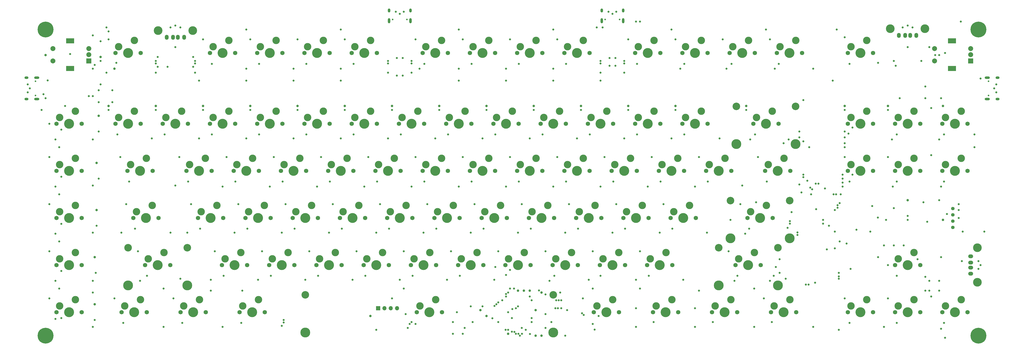
<source format=gts>
%TF.GenerationSoftware,KiCad,Pcbnew,(5.1.10)-1*%
%TF.CreationDate,2021-10-29T20:38:57-04:00*%
%TF.ProjectId,custom_keyboard (f103_ fe2.1),63757374-6f6d-45f6-9b65-79626f617264,rev?*%
%TF.SameCoordinates,Original*%
%TF.FileFunction,Soldermask,Top*%
%TF.FilePolarity,Negative*%
%FSLAX46Y46*%
G04 Gerber Fmt 4.6, Leading zero omitted, Abs format (unit mm)*
G04 Created by KiCad (PCBNEW (5.1.10)-1) date 2021-10-29 20:38:57*
%MOMM*%
%LPD*%
G01*
G04 APERTURE LIST*
%ADD10C,3.048000*%
%ADD11C,3.987800*%
%ADD12C,3.000000*%
%ADD13C,1.750000*%
%ADD14C,4.000000*%
%ADD15C,1.000000*%
%ADD16O,1.700000X1.700000*%
%ADD17R,1.700000X1.700000*%
%ADD18C,0.650000*%
%ADD19O,2.100000X1.000000*%
%ADD20O,1.600000X1.000000*%
%ADD21C,3.500000*%
%ADD22O,1.500000X2.000000*%
%ADD23O,1.000000X2.100000*%
%ADD24O,1.000000X1.600000*%
%ADD25O,2.000000X1.500000*%
%ADD26R,2.000000X2.000000*%
%ADD27C,2.000000*%
%ADD28R,3.200000X2.000000*%
%ADD29C,1.397000*%
%ADD30C,6.400000*%
%ADD31C,0.800000*%
G04 APERTURE END LIST*
D10*
%TO.C,MX83*%
X284135050Y-266073200D03*
D11*
X284135050Y-281313200D03*
D10*
X184135250Y-266073200D03*
D11*
X184135250Y-281313200D03*
D12*
X236681500Y-267952800D03*
X230331500Y-270492800D03*
D13*
X239221500Y-273032800D03*
X229061500Y-273032800D03*
D14*
X234141500Y-273032800D03*
%TD*%
D15*
%TO.C,TP27*%
X279382400Y-265095800D03*
%TD*%
%TO.C,TP26*%
X265889500Y-281763500D03*
%TD*%
%TO.C,TP4*%
X210330500Y-274620200D03*
%TD*%
D16*
%TO.C,J2*%
X221125300Y-271445400D03*
X218585300Y-271445400D03*
X216045300Y-271445400D03*
D17*
X213505300Y-271445400D03*
%TD*%
D15*
%TO.C,TP24*%
X254777700Y-272239100D03*
%TD*%
%TO.C,TP3*%
X257158800Y-274620200D03*
%TD*%
%TO.C,TP54*%
X107149500Y-174614000D03*
%TD*%
%TO.C,TP53*%
X427010600Y-227791900D03*
%TD*%
%TO.C,TP52*%
X441297200Y-235728900D03*
%TD*%
%TO.C,TP20*%
X272239100Y-264302100D03*
%TD*%
%TO.C,TP43*%
X104768400Y-189694300D03*
%TD*%
%TO.C,TP42*%
X123817200Y-189694300D03*
%TD*%
%TO.C,TP41*%
X361927200Y-189694300D03*
%TD*%
%TO.C,TP38*%
X277001300Y-282557200D03*
%TD*%
%TO.C,TP37*%
X279382400Y-282557200D03*
%TD*%
%TO.C,TP36*%
X277001300Y-272239100D03*
%TD*%
%TO.C,TP35*%
X295256400Y-189694300D03*
%TD*%
%TO.C,TP34*%
X276207600Y-189694300D03*
%TD*%
%TO.C,TP33*%
X257158800Y-189694300D03*
%TD*%
%TO.C,TP32*%
X238110000Y-189694300D03*
%TD*%
%TO.C,TP31*%
X219061200Y-189694300D03*
%TD*%
%TO.C,TP30*%
X200012400Y-189694300D03*
%TD*%
%TO.C,TP29*%
X180963600Y-189694300D03*
%TD*%
%TO.C,TP28*%
X161914800Y-189694300D03*
%TD*%
%TO.C,TP19*%
X274620200Y-264302100D03*
%TD*%
%TO.C,TP18*%
X269858000Y-264302100D03*
%TD*%
%TO.C,TP17*%
X441297200Y-189694300D03*
%TD*%
%TO.C,TP16*%
X419073600Y-189694300D03*
%TD*%
%TO.C,TP15*%
X401612200Y-189694300D03*
%TD*%
%TO.C,TP14*%
X101593600Y-169851800D03*
%TD*%
%TO.C,TP13*%
X100799900Y-193662800D03*
%TD*%
%TO.C,TP12*%
X100006200Y-212711600D03*
%TD*%
%TO.C,TP11*%
X100006200Y-231760400D03*
%TD*%
%TO.C,TP10*%
X99212500Y-250809200D03*
%TD*%
%TO.C,TP9*%
X99212500Y-269858000D03*
%TD*%
%TO.C,TP8*%
X79370000Y-169058100D03*
%TD*%
%TO.C,TP7*%
X142866000Y-189694300D03*
%TD*%
%TO.C,TP6*%
X333354000Y-189694300D03*
%TD*%
%TO.C,TP5*%
X314305200Y-189694300D03*
%TD*%
D12*
%TO.C,MX7*%
X258111400Y-163184400D03*
X251761400Y-165724400D03*
D13*
X260651400Y-168264400D03*
X250491400Y-168264400D03*
D14*
X255571400Y-168264400D03*
%TD*%
D12*
%TO.C,MX6*%
X239062600Y-163184400D03*
X232712600Y-165724400D03*
D13*
X241602600Y-168264400D03*
X231442600Y-168264400D03*
D14*
X236522600Y-168264400D03*
%TD*%
D18*
%TO.C,USB2*%
X75301900Y-179661000D03*
X75301900Y-185441000D03*
D19*
X75831900Y-186871000D03*
X75831900Y-178231000D03*
D20*
X71651900Y-186871000D03*
X71651900Y-178231000D03*
%TD*%
D21*
%TO.C,USB3*%
X124754200Y-159204800D03*
D22*
X135254200Y-161914800D03*
X132754200Y-161914800D03*
X130754200Y-161914800D03*
D21*
X138754200Y-159204800D03*
D22*
X128254200Y-161914800D03*
%TD*%
D21*
%TO.C,USB6*%
X420010600Y-158411100D03*
D22*
X430510600Y-161121100D03*
X428010600Y-161121100D03*
X426010600Y-161121100D03*
D21*
X434010600Y-158411100D03*
D22*
X423510600Y-161121100D03*
%TD*%
D12*
%TO.C,MX78*%
X429550600Y-248904000D03*
X423200600Y-251444000D03*
D13*
X432090600Y-253984000D03*
X421930600Y-253984000D03*
D14*
X427010600Y-253984000D03*
%TD*%
D12*
%TO.C,MX19*%
X172391800Y-191757600D03*
X166041800Y-194297600D03*
D13*
X174931800Y-196837600D03*
X164771800Y-196837600D03*
D14*
X169851800Y-196837600D03*
%TD*%
D18*
%TO.C,USB1*%
X225126000Y-154671900D03*
X219346000Y-154671900D03*
D23*
X217916000Y-155201900D03*
X226556000Y-155201900D03*
D24*
X217916000Y-151021900D03*
X226556000Y-151021900D03*
%TD*%
D12*
%TO.C,MX84*%
X308114500Y-267952800D03*
X301764500Y-270492800D03*
D13*
X310654500Y-273032800D03*
X300494500Y-273032800D03*
D14*
X305574500Y-273032800D03*
%TD*%
D21*
%TO.C,USB4*%
X455119000Y-246984000D03*
D25*
X452409000Y-257484000D03*
X452409000Y-254984000D03*
X452409000Y-252984000D03*
D21*
X455119000Y-260984000D03*
D25*
X452409000Y-250484000D03*
%TD*%
D12*
%TO.C,MX32*%
X448599400Y-191757600D03*
X442249400Y-194297600D03*
D13*
X451139400Y-196837600D03*
X440979400Y-196837600D03*
D14*
X446059400Y-196837600D03*
%TD*%
D18*
%TO.C,USB7*%
X459651900Y-185441000D03*
X459651900Y-179661000D03*
D19*
X459121900Y-178231000D03*
X459121900Y-186871000D03*
D20*
X463301900Y-178231000D03*
X463301900Y-186871000D03*
%TD*%
D26*
%TO.C,ROT1*%
X96831400Y-171439200D03*
D27*
X96831400Y-168939200D03*
X96831400Y-166439200D03*
D28*
X89331400Y-174539200D03*
X89331400Y-163339200D03*
D27*
X82331400Y-171439200D03*
X82331400Y-166439200D03*
%TD*%
D26*
%TO.C,ROT2*%
X452409000Y-171439200D03*
D27*
X452409000Y-168939200D03*
X452409000Y-166439200D03*
D28*
X444909000Y-174539200D03*
X444909000Y-163339200D03*
D27*
X437909000Y-171439200D03*
X437909000Y-166439200D03*
%TD*%
D18*
%TO.C,USB5*%
X310845600Y-154671900D03*
X305065600Y-154671900D03*
D23*
X303635600Y-155201900D03*
X312275600Y-155201900D03*
D24*
X303635600Y-151021900D03*
X312275600Y-151021900D03*
%TD*%
D29*
%TO.C,OL1*%
X445265700Y-231125200D03*
X445265700Y-233665200D03*
X445265700Y-236205200D03*
X445265700Y-238745200D03*
%TD*%
D12*
%TO.C,MX1*%
X115245400Y-163184400D03*
X108895400Y-165724400D03*
D13*
X117785400Y-168264400D03*
X107625400Y-168264400D03*
D14*
X112705400Y-168264400D03*
%TD*%
D12*
%TO.C,MX2*%
X153343000Y-163184400D03*
X146993000Y-165724400D03*
D13*
X155883000Y-168264400D03*
X145723000Y-168264400D03*
D14*
X150803000Y-168264400D03*
%TD*%
D12*
%TO.C,MX3*%
X172391800Y-163184400D03*
X166041800Y-165724400D03*
D13*
X174931800Y-168264400D03*
X164771800Y-168264400D03*
D14*
X169851800Y-168264400D03*
%TD*%
D12*
%TO.C,MX4*%
X191440600Y-163184400D03*
X185090600Y-165724400D03*
D13*
X193980600Y-168264400D03*
X183820600Y-168264400D03*
D14*
X188900600Y-168264400D03*
%TD*%
D12*
%TO.C,MX5*%
X210489400Y-163184400D03*
X204139400Y-165724400D03*
D13*
X213029400Y-168264400D03*
X202869400Y-168264400D03*
D14*
X207949400Y-168264400D03*
%TD*%
D12*
%TO.C,MX8*%
X277160200Y-163184400D03*
X270810200Y-165724400D03*
D13*
X279700200Y-168264400D03*
X269540200Y-168264400D03*
D14*
X274620200Y-168264400D03*
%TD*%
D12*
%TO.C,MX9*%
X296209000Y-163184400D03*
X289859000Y-165724400D03*
D13*
X298749000Y-168264400D03*
X288589000Y-168264400D03*
D14*
X293669000Y-168264400D03*
%TD*%
D12*
%TO.C,MX10*%
X324782200Y-163184400D03*
X318432200Y-165724400D03*
D13*
X327322200Y-168264400D03*
X317162200Y-168264400D03*
D14*
X322242200Y-168264400D03*
%TD*%
D12*
%TO.C,MX11*%
X343831000Y-163184400D03*
X337481000Y-165724400D03*
D13*
X346371000Y-168264400D03*
X336211000Y-168264400D03*
D14*
X341291000Y-168264400D03*
%TD*%
D12*
%TO.C,MX12*%
X362879800Y-163184400D03*
X356529800Y-165724400D03*
D13*
X365419800Y-168264400D03*
X355259800Y-168264400D03*
D14*
X360339800Y-168264400D03*
%TD*%
D12*
%TO.C,MX13*%
X381928600Y-163184400D03*
X375578600Y-165724400D03*
D13*
X384468600Y-168264400D03*
X374308600Y-168264400D03*
D14*
X379388600Y-168264400D03*
%TD*%
D12*
%TO.C,MX14*%
X410501800Y-163184400D03*
X404151800Y-165724400D03*
D13*
X413041800Y-168264400D03*
X402881800Y-168264400D03*
D14*
X407961800Y-168264400D03*
%TD*%
D12*
%TO.C,MX15*%
X91434400Y-191757600D03*
X85084400Y-194297600D03*
D13*
X93974400Y-196837600D03*
X83814400Y-196837600D03*
D14*
X88894400Y-196837600D03*
%TD*%
D12*
%TO.C,MX16*%
X115245400Y-191757600D03*
X108895400Y-194297600D03*
D13*
X117785400Y-196837600D03*
X107625400Y-196837600D03*
D14*
X112705400Y-196837600D03*
%TD*%
D12*
%TO.C,MX17*%
X134294200Y-191757600D03*
X127944200Y-194297600D03*
D13*
X136834200Y-196837600D03*
X126674200Y-196837600D03*
D14*
X131754200Y-196837600D03*
%TD*%
D12*
%TO.C,MX18*%
X153343000Y-191757600D03*
X146993000Y-194297600D03*
D13*
X155883000Y-196837600D03*
X145723000Y-196837600D03*
D14*
X150803000Y-196837600D03*
%TD*%
D12*
%TO.C,MX20*%
X191440600Y-191757600D03*
X185090600Y-194297600D03*
D13*
X193980600Y-196837600D03*
X183820600Y-196837600D03*
D14*
X188900600Y-196837600D03*
%TD*%
D12*
%TO.C,MX21*%
X210489400Y-191757600D03*
X204139400Y-194297600D03*
D13*
X213029400Y-196837600D03*
X202869400Y-196837600D03*
D14*
X207949400Y-196837600D03*
%TD*%
D12*
%TO.C,MX22*%
X229538200Y-191757600D03*
X223188200Y-194297600D03*
D13*
X232078200Y-196837600D03*
X221918200Y-196837600D03*
D14*
X226998200Y-196837600D03*
%TD*%
D12*
%TO.C,MX23*%
X248587000Y-191757600D03*
X242237000Y-194297600D03*
D13*
X251127000Y-196837600D03*
X240967000Y-196837600D03*
D14*
X246047000Y-196837600D03*
%TD*%
D12*
%TO.C,MX24*%
X267635800Y-191757600D03*
X261285800Y-194297600D03*
D13*
X270175800Y-196837600D03*
X260015800Y-196837600D03*
D14*
X265095800Y-196837600D03*
%TD*%
D12*
%TO.C,MX25*%
X286684600Y-191757600D03*
X280334600Y-194297600D03*
D13*
X289224600Y-196837600D03*
X279064600Y-196837600D03*
D14*
X284144600Y-196837600D03*
%TD*%
D12*
%TO.C,MX26*%
X305733400Y-191757600D03*
X299383400Y-194297600D03*
D13*
X308273400Y-196837600D03*
X298113400Y-196837600D03*
D14*
X303193400Y-196837600D03*
%TD*%
D12*
%TO.C,MX27*%
X324782200Y-191757600D03*
X318432200Y-194297600D03*
D13*
X327322200Y-196837600D03*
X317162200Y-196837600D03*
D14*
X322242200Y-196837600D03*
%TD*%
D12*
%TO.C,MX28*%
X343831000Y-191757600D03*
X337481000Y-194297600D03*
D13*
X346371000Y-196837600D03*
X336211000Y-196837600D03*
D14*
X341291000Y-196837600D03*
%TD*%
D10*
%TO.C,MX29*%
X381802200Y-189852600D03*
D11*
X381802200Y-205092600D03*
X357926200Y-205092600D03*
D10*
X357926200Y-189852600D03*
D12*
X372404200Y-191757600D03*
X366054200Y-194297600D03*
D13*
X374944200Y-196837600D03*
X364784200Y-196837600D03*
D14*
X369864200Y-196837600D03*
%TD*%
D12*
%TO.C,MX30*%
X410501800Y-191757600D03*
X404151800Y-194297600D03*
D13*
X413041800Y-196837600D03*
X402881800Y-196837600D03*
D14*
X407961800Y-196837600D03*
%TD*%
D12*
%TO.C,MX31*%
X429550600Y-191757600D03*
X423200600Y-194297600D03*
D13*
X432090600Y-196837600D03*
X421930600Y-196837600D03*
D14*
X427010600Y-196837600D03*
%TD*%
D12*
%TO.C,MX33*%
X91434400Y-210806400D03*
X85084400Y-213346400D03*
D13*
X93974400Y-215886400D03*
X83814400Y-215886400D03*
D14*
X88894400Y-215886400D03*
%TD*%
D12*
%TO.C,MX34*%
X120007600Y-210806400D03*
X113657600Y-213346400D03*
D13*
X122547600Y-215886400D03*
X112387600Y-215886400D03*
D14*
X117467600Y-215886400D03*
%TD*%
D12*
%TO.C,MX35*%
X143818600Y-210806400D03*
X137468600Y-213346400D03*
D13*
X146358600Y-215886400D03*
X136198600Y-215886400D03*
D14*
X141278600Y-215886400D03*
%TD*%
D12*
%TO.C,MX36*%
X162867400Y-210806400D03*
X156517400Y-213346400D03*
D13*
X165407400Y-215886400D03*
X155247400Y-215886400D03*
D14*
X160327400Y-215886400D03*
%TD*%
D12*
%TO.C,MX37*%
X181916200Y-210806400D03*
X175566200Y-213346400D03*
D13*
X184456200Y-215886400D03*
X174296200Y-215886400D03*
D14*
X179376200Y-215886400D03*
%TD*%
D12*
%TO.C,MX38*%
X200965000Y-210806400D03*
X194615000Y-213346400D03*
D13*
X203505000Y-215886400D03*
X193345000Y-215886400D03*
D14*
X198425000Y-215886400D03*
%TD*%
D12*
%TO.C,MX39*%
X220013800Y-210806400D03*
X213663800Y-213346400D03*
D13*
X222553800Y-215886400D03*
X212393800Y-215886400D03*
D14*
X217473800Y-215886400D03*
%TD*%
D12*
%TO.C,MX40*%
X239062600Y-210806400D03*
X232712600Y-213346400D03*
D13*
X241602600Y-215886400D03*
X231442600Y-215886400D03*
D14*
X236522600Y-215886400D03*
%TD*%
D12*
%TO.C,MX41*%
X258111400Y-210806400D03*
X251761400Y-213346400D03*
D13*
X260651400Y-215886400D03*
X250491400Y-215886400D03*
D14*
X255571400Y-215886400D03*
%TD*%
D12*
%TO.C,MX42*%
X277160200Y-210806400D03*
X270810200Y-213346400D03*
D13*
X279700200Y-215886400D03*
X269540200Y-215886400D03*
D14*
X274620200Y-215886400D03*
%TD*%
D12*
%TO.C,MX43*%
X296209000Y-210806400D03*
X289859000Y-213346400D03*
D13*
X298749000Y-215886400D03*
X288589000Y-215886400D03*
D14*
X293669000Y-215886400D03*
%TD*%
D12*
%TO.C,MX45*%
X334306600Y-210806400D03*
X327956600Y-213346400D03*
D13*
X336846600Y-215886400D03*
X326686600Y-215886400D03*
D14*
X331766600Y-215886400D03*
%TD*%
D12*
%TO.C,MX46*%
X353355400Y-210806400D03*
X347005400Y-213346400D03*
D13*
X355895400Y-215886400D03*
X345735400Y-215886400D03*
D14*
X350815400Y-215886400D03*
%TD*%
D12*
%TO.C,MX48*%
X410501800Y-210806400D03*
X404151800Y-213346400D03*
D13*
X413041800Y-215886400D03*
X402881800Y-215886400D03*
D14*
X407961800Y-215886400D03*
%TD*%
D12*
%TO.C,MX49*%
X429550600Y-210806400D03*
X423200600Y-213346400D03*
D13*
X432090600Y-215886400D03*
X421930600Y-215886400D03*
D14*
X427010600Y-215886400D03*
%TD*%
D12*
%TO.C,MX51*%
X91434400Y-229855200D03*
X85084400Y-232395200D03*
D13*
X93974400Y-234935200D03*
X83814400Y-234935200D03*
D14*
X88894400Y-234935200D03*
%TD*%
D12*
%TO.C,MX52*%
X122388700Y-229855200D03*
X116038700Y-232395200D03*
D13*
X124928700Y-234935200D03*
X114768700Y-234935200D03*
D14*
X119848700Y-234935200D03*
%TD*%
D12*
%TO.C,MX53*%
X148522500Y-229855200D03*
X142172500Y-232395200D03*
D13*
X151062500Y-234935200D03*
X140902500Y-234935200D03*
D14*
X145982500Y-234935200D03*
%TD*%
D12*
%TO.C,MX54*%
X167629600Y-229855200D03*
X161279600Y-232395200D03*
D13*
X170169600Y-234935200D03*
X160009600Y-234935200D03*
D14*
X165089600Y-234935200D03*
%TD*%
D12*
%TO.C,MX55*%
X186678400Y-229855200D03*
X180328400Y-232395200D03*
D13*
X189218400Y-234935200D03*
X179058400Y-234935200D03*
D14*
X184138400Y-234935200D03*
%TD*%
D12*
%TO.C,MX56*%
X205727200Y-229855200D03*
X199377200Y-232395200D03*
D13*
X208267200Y-234935200D03*
X198107200Y-234935200D03*
D14*
X203187200Y-234935200D03*
%TD*%
D12*
%TO.C,MX57*%
X224776000Y-229855200D03*
X218426000Y-232395200D03*
D13*
X227316000Y-234935200D03*
X217156000Y-234935200D03*
D14*
X222236000Y-234935200D03*
%TD*%
D12*
%TO.C,MX59*%
X262873600Y-229855200D03*
X256523600Y-232395200D03*
D13*
X265413600Y-234935200D03*
X255253600Y-234935200D03*
D14*
X260333600Y-234935200D03*
%TD*%
D12*
%TO.C,MX60*%
X281922400Y-229855200D03*
X275572400Y-232395200D03*
D13*
X284462400Y-234935200D03*
X274302400Y-234935200D03*
D14*
X279382400Y-234935200D03*
%TD*%
D12*
%TO.C,MX61*%
X300971200Y-229855200D03*
X294621200Y-232395200D03*
D13*
X303511200Y-234935200D03*
X293351200Y-234935200D03*
D14*
X298431200Y-234935200D03*
%TD*%
D12*
%TO.C,MX63*%
X339068800Y-229855200D03*
X332718800Y-232395200D03*
D13*
X341608800Y-234935200D03*
X331448800Y-234935200D03*
D14*
X336528800Y-234935200D03*
%TD*%
D12*
%TO.C,MX65*%
X91434400Y-248904000D03*
X85084400Y-251444000D03*
D13*
X93974400Y-253984000D03*
X83814400Y-253984000D03*
D14*
X88894400Y-253984000D03*
%TD*%
D10*
%TO.C,MX66*%
X136548900Y-246999000D03*
X112672900Y-246999000D03*
D11*
X136548900Y-262239000D03*
X112672900Y-262239000D03*
D12*
X127150900Y-248904000D03*
X120800900Y-251444000D03*
D13*
X129690900Y-253984000D03*
X119530900Y-253984000D03*
D14*
X124610900Y-253984000D03*
%TD*%
D12*
%TO.C,MX67*%
X158105200Y-248904000D03*
X151755200Y-251444000D03*
D13*
X160645200Y-253984000D03*
X150485200Y-253984000D03*
D14*
X155565200Y-253984000D03*
%TD*%
D12*
%TO.C,MX68*%
X177154000Y-248904000D03*
X170804000Y-251444000D03*
D13*
X179694000Y-253984000D03*
X169534000Y-253984000D03*
D14*
X174614000Y-253984000D03*
%TD*%
D12*
%TO.C,MX69*%
X196202800Y-248904000D03*
X189852800Y-251444000D03*
D13*
X198742800Y-253984000D03*
X188582800Y-253984000D03*
D14*
X193662800Y-253984000D03*
%TD*%
D12*
%TO.C,MX70*%
X215251600Y-248904000D03*
X208901600Y-251444000D03*
D13*
X217791600Y-253984000D03*
X207631600Y-253984000D03*
D14*
X212711600Y-253984000D03*
%TD*%
D12*
%TO.C,MX71*%
X234300400Y-248904000D03*
X227950400Y-251444000D03*
D13*
X236840400Y-253984000D03*
X226680400Y-253984000D03*
D14*
X231760400Y-253984000D03*
%TD*%
D12*
%TO.C,MX72*%
X253349200Y-248904000D03*
X246999200Y-251444000D03*
D13*
X255889200Y-253984000D03*
X245729200Y-253984000D03*
D14*
X250809200Y-253984000D03*
%TD*%
D12*
%TO.C,MX73*%
X272398000Y-248904000D03*
X266048000Y-251444000D03*
D13*
X274938000Y-253984000D03*
X264778000Y-253984000D03*
D14*
X269858000Y-253984000D03*
%TD*%
D12*
%TO.C,MX74*%
X291446800Y-248904000D03*
X285096800Y-251444000D03*
D13*
X293986800Y-253984000D03*
X283826800Y-253984000D03*
D14*
X288906800Y-253984000D03*
%TD*%
D12*
%TO.C,MX75*%
X310495600Y-248904000D03*
X304145600Y-251444000D03*
D13*
X313035600Y-253984000D03*
X302875600Y-253984000D03*
D14*
X307955600Y-253984000D03*
%TD*%
D12*
%TO.C,MX76*%
X329544400Y-248904000D03*
X323194400Y-251444000D03*
D13*
X332084400Y-253984000D03*
X321924400Y-253984000D03*
D14*
X327004400Y-253984000D03*
%TD*%
%TO.C,MX77*%
X362720900Y-253984000D03*
D13*
X357640900Y-253984000D03*
X367800900Y-253984000D03*
D12*
X358910900Y-251444000D03*
X365260900Y-248904000D03*
D11*
X350814650Y-262239000D03*
X374690650Y-262239000D03*
D10*
X350814650Y-246999000D03*
X374690650Y-246999000D03*
%TD*%
D12*
%TO.C,MX79*%
X91434400Y-267952800D03*
X85084400Y-270492800D03*
D13*
X93974400Y-273032800D03*
X83814400Y-273032800D03*
D14*
X88894400Y-273032800D03*
%TD*%
D12*
%TO.C,MX80*%
X117626500Y-267952800D03*
X111276500Y-270492800D03*
D13*
X120166500Y-273032800D03*
X110006500Y-273032800D03*
D14*
X115086500Y-273032800D03*
%TD*%
D12*
%TO.C,MX81*%
X141437500Y-267952800D03*
X135087500Y-270492800D03*
D13*
X143977500Y-273032800D03*
X133817500Y-273032800D03*
D14*
X138897500Y-273032800D03*
%TD*%
D12*
%TO.C,MX82*%
X165248500Y-267952800D03*
X158898500Y-270492800D03*
D13*
X167788500Y-273032800D03*
X157628500Y-273032800D03*
D14*
X162708500Y-273032800D03*
%TD*%
D12*
%TO.C,MX85*%
X331925500Y-267952800D03*
X325575500Y-270492800D03*
D13*
X334465500Y-273032800D03*
X324305500Y-273032800D03*
D14*
X329385500Y-273032800D03*
%TD*%
D12*
%TO.C,MX86*%
X355736500Y-267952800D03*
X349386500Y-270492800D03*
D13*
X358276500Y-273032800D03*
X348116500Y-273032800D03*
D14*
X353196500Y-273032800D03*
%TD*%
D12*
%TO.C,MX89*%
X429550600Y-267952800D03*
X423200600Y-270492800D03*
D13*
X432090600Y-273032800D03*
X421930600Y-273032800D03*
D14*
X427010600Y-273032800D03*
%TD*%
D10*
%TO.C,MX64*%
X379421100Y-227950200D03*
X355545100Y-227950200D03*
D11*
X379421100Y-243190200D03*
X355545100Y-243190200D03*
D12*
X370023100Y-229855200D03*
X363673100Y-232395200D03*
D13*
X372563100Y-234935200D03*
X362403100Y-234935200D03*
D14*
X367483100Y-234935200D03*
%TD*%
D12*
%TO.C,MX47*%
X377166400Y-210806400D03*
X370816400Y-213346400D03*
D13*
X379706400Y-215886400D03*
X369546400Y-215886400D03*
D14*
X374626400Y-215886400D03*
%TD*%
D12*
%TO.C,MX44*%
X315257800Y-210806400D03*
X308907800Y-213346400D03*
D13*
X317797800Y-215886400D03*
X307637800Y-215886400D03*
D14*
X312717800Y-215886400D03*
%TD*%
D30*
%TO.C,H1*%
X79370000Y-158740000D03*
%TD*%
%TO.C,H2*%
X79370000Y-282557200D03*
%TD*%
%TO.C,H3*%
X455583800Y-158740000D03*
%TD*%
%TO.C,H4*%
X455583800Y-282557200D03*
%TD*%
D12*
%TO.C,MX88*%
X410501800Y-267952800D03*
X404151800Y-270492800D03*
D13*
X413041800Y-273032800D03*
X402881800Y-273032800D03*
D14*
X407961800Y-273032800D03*
%TD*%
D12*
%TO.C,MX87*%
X379547500Y-267952800D03*
X373197500Y-270492800D03*
D13*
X382087500Y-273032800D03*
X371927500Y-273032800D03*
D14*
X377007500Y-273032800D03*
%TD*%
D12*
%TO.C,MX50*%
X448599400Y-210806400D03*
X442249400Y-213346400D03*
D13*
X451139400Y-215886400D03*
X440979400Y-215886400D03*
D14*
X446059400Y-215886400D03*
%TD*%
D12*
%TO.C,MX90*%
X448599400Y-267952800D03*
X442249400Y-270492800D03*
D13*
X451139400Y-273032800D03*
X440979400Y-273032800D03*
D14*
X446059400Y-273032800D03*
%TD*%
D12*
%TO.C,MX58*%
X243824800Y-229855200D03*
X237474800Y-232395200D03*
D13*
X246364800Y-234935200D03*
X236204800Y-234935200D03*
D14*
X241284800Y-234935200D03*
%TD*%
D12*
%TO.C,MX62*%
X320020000Y-229855200D03*
X313670000Y-232395200D03*
D13*
X322560000Y-234935200D03*
X312400000Y-234935200D03*
D14*
X317480000Y-234935200D03*
%TD*%
D31*
X141675450Y-239300550D03*
X260333600Y-259936750D03*
X348434300Y-277001300D03*
X324623300Y-277001300D03*
X300018600Y-277795000D03*
X383357100Y-221442300D03*
X266683200Y-255968250D03*
X99212500Y-173026600D03*
X306765050Y-170248650D03*
X309146150Y-170248650D03*
X306765050Y-173423450D03*
X309146150Y-173423450D03*
X435741300Y-264302100D03*
X439709800Y-264302100D03*
X375420100Y-251602900D03*
X422248400Y-173423450D03*
X223426550Y-177391950D03*
X221045450Y-170248650D03*
X223426550Y-170248650D03*
X221045450Y-177391950D03*
X174614000Y-278588700D03*
X282557200Y-260333600D03*
X365102000Y-263508400D03*
X440503500Y-250809200D03*
X430979100Y-251602900D03*
X83338500Y-222236000D03*
X396850000Y-179376200D03*
X317480000Y-271445400D03*
X341291000Y-271445400D03*
X296050100Y-267476900D03*
X146040800Y-259936750D03*
X117467600Y-260333600D03*
X361530350Y-241284800D03*
X83338500Y-241284800D03*
X83338500Y-260333600D03*
X83338500Y-275810750D03*
X146040800Y-264302100D03*
X126992000Y-263508400D03*
X98418800Y-260333600D03*
X98418800Y-265095800D03*
X83338500Y-203187200D03*
X89291250Y-168661250D03*
X84925900Y-263508400D03*
X84925900Y-244459600D03*
X84925900Y-225410800D03*
X84925900Y-206362000D03*
X303193400Y-179376200D03*
X284144600Y-179376200D03*
X265095800Y-179376200D03*
X246047000Y-179376200D03*
X198425000Y-179376200D03*
X179376200Y-179376200D03*
X160327400Y-179376200D03*
X141278600Y-179376200D03*
X101593600Y-163502200D03*
X203584050Y-172629750D03*
X146437650Y-172629750D03*
X358355550Y-258349350D03*
X363117750Y-239300550D03*
X422645250Y-258349350D03*
X120245550Y-258349350D03*
X107943200Y-172232900D03*
X441694050Y-277398150D03*
X422645250Y-277398150D03*
X403596450Y-277398150D03*
X158343150Y-277398150D03*
X284541450Y-258349350D03*
X303193400Y-258349350D03*
X322639050Y-258349350D03*
X371451600Y-260333600D03*
X246443850Y-258349350D03*
X227395050Y-258349350D03*
X208346250Y-258349350D03*
X189297450Y-258349350D03*
X170248650Y-258349350D03*
X151199850Y-258349350D03*
X251206050Y-220251750D03*
X246047000Y-222236000D03*
X232157250Y-220251750D03*
X226998200Y-222236000D03*
X213108450Y-220251750D03*
X207949400Y-222236000D03*
X194059650Y-220251750D03*
X188900600Y-222236000D03*
X175010850Y-220251750D03*
X169851800Y-222236000D03*
X155962050Y-220251750D03*
X150803000Y-222236000D03*
X136913250Y-220251750D03*
X131754200Y-221839150D03*
X113102250Y-220251750D03*
X109927450Y-240887950D03*
X115483350Y-239300550D03*
X129769950Y-240887950D03*
X360339800Y-221839150D03*
X265095800Y-222236000D03*
X270254850Y-220251750D03*
X284144600Y-222236000D03*
X289303650Y-220251750D03*
X303193400Y-222236000D03*
X308352450Y-220251750D03*
X322242200Y-222236000D03*
X327401250Y-220251750D03*
X346450050Y-220251750D03*
X341291000Y-222236000D03*
X370261050Y-220251750D03*
X421057850Y-222236000D03*
X422645250Y-220251750D03*
X440503500Y-222236000D03*
X441694050Y-220251750D03*
X453996400Y-206362000D03*
X453996400Y-201202950D03*
X441694050Y-201202950D03*
X439709800Y-203187200D03*
X422645250Y-201202950D03*
X420661000Y-203187200D03*
X146437650Y-201202950D03*
X378991750Y-203187200D03*
X365498850Y-201202950D03*
X351212250Y-202790350D03*
X336925650Y-201202950D03*
X331766600Y-202790350D03*
X317876850Y-201202950D03*
X312717800Y-202790350D03*
X298828050Y-201202950D03*
X293669000Y-202790350D03*
X279779250Y-201202950D03*
X274620200Y-202790350D03*
X260730450Y-201202950D03*
X255571400Y-202790350D03*
X241681650Y-201202950D03*
X236522600Y-202790350D03*
X222632850Y-201202950D03*
X203584050Y-201202950D03*
X217473800Y-202790350D03*
X198425000Y-202790350D03*
X184535250Y-201202950D03*
X179376200Y-202790350D03*
X165486450Y-201202950D03*
X160327400Y-202790350D03*
X141278600Y-202790350D03*
X127388850Y-201202950D03*
X122229800Y-202790350D03*
X108340050Y-201202950D03*
X403596450Y-172629750D03*
X375023250Y-172629750D03*
X198425000Y-174614000D03*
X184535250Y-172629750D03*
X179376200Y-174614000D03*
X165486450Y-172629750D03*
X160327400Y-174614000D03*
X335338250Y-174614000D03*
X317876850Y-172629750D03*
X353990200Y-174614000D03*
X336925650Y-172629750D03*
X373435850Y-174614000D03*
X355974450Y-172629750D03*
X284144600Y-174614000D03*
X289303650Y-172629750D03*
X265095800Y-174614000D03*
X270254850Y-172629750D03*
X251206050Y-172629750D03*
X232157250Y-172629750D03*
X246047000Y-174614000D03*
X110721150Y-277398150D03*
X134532150Y-277398150D03*
X373832700Y-254777700D03*
X160724250Y-239300550D03*
X179773050Y-239300550D03*
X198821850Y-239300550D03*
X217870650Y-239300550D03*
X236919450Y-239300550D03*
X255968250Y-239300550D03*
X275017050Y-239300550D03*
X294065850Y-239300550D03*
X313114650Y-239300550D03*
X332163450Y-239300550D03*
X397643700Y-247237550D03*
X440503500Y-279779250D03*
X417486200Y-278985550D03*
X388913000Y-278985550D03*
X365102000Y-278985550D03*
X341291000Y-278985550D03*
X317480000Y-278985550D03*
X150803000Y-278985550D03*
X126992000Y-278985550D03*
X98418800Y-278985550D03*
X98418800Y-221839150D03*
X346053200Y-240887950D03*
X327004400Y-240887950D03*
X307955600Y-240887950D03*
X288906800Y-240887950D03*
X269858000Y-240887950D03*
X250809200Y-240887950D03*
X231760400Y-240887950D03*
X212711600Y-240887950D03*
X193662800Y-240887950D03*
X174614000Y-240887950D03*
X155565200Y-240887950D03*
X136516400Y-240887950D03*
X98418800Y-240887950D03*
X133738450Y-259539900D03*
X165089600Y-259936750D03*
X336528800Y-259936750D03*
X317480000Y-259936750D03*
X298431200Y-259936750D03*
X222236000Y-259936750D03*
X203187200Y-259936750D03*
X184138400Y-259936750D03*
X246047000Y-158740000D03*
X284144600Y-158740000D03*
X160327400Y-158740000D03*
X198425000Y-158740000D03*
X331766600Y-158740000D03*
X369864200Y-158740000D03*
X398437400Y-158740000D03*
X438122400Y-169058100D03*
X384944500Y-203980900D03*
X357165000Y-260333600D03*
X100799900Y-188106900D03*
X106355800Y-188106900D03*
X100799900Y-183344700D03*
X106355800Y-183344700D03*
X395262600Y-238110000D03*
X230173000Y-174614000D03*
X394468900Y-247634400D03*
X412724000Y-230173000D03*
X421454700Y-230966700D03*
X411930300Y-240491100D03*
X402405900Y-245253300D03*
X417486200Y-246047000D03*
X421454700Y-246047000D03*
X425423200Y-246047000D03*
X415105100Y-250809200D03*
X433360200Y-228585600D03*
X263508400Y-268270600D03*
X288906800Y-282557200D03*
X442090900Y-283350900D03*
X79370000Y-186519500D03*
X80213900Y-179326000D03*
X303987100Y-157946300D03*
X406374400Y-239697400D03*
X434153900Y-186519500D03*
X440503500Y-186519500D03*
X423835800Y-186519500D03*
X434153900Y-181757300D03*
X302399700Y-274620200D03*
X447646800Y-234935200D03*
X435741300Y-260333600D03*
X439709800Y-260333600D03*
X228585600Y-277795000D03*
X243665900Y-277001300D03*
X363514600Y-203187200D03*
X98418800Y-185725800D03*
X372245300Y-277001300D03*
X131754200Y-165883300D03*
X87307000Y-189694300D03*
X427010600Y-165883300D03*
X456377500Y-178582500D03*
X300812300Y-280044800D03*
X289700500Y-272239100D03*
X124610900Y-169851800D03*
X124610900Y-173820300D03*
X138897500Y-169851800D03*
X138897500Y-173820300D03*
X245253300Y-273032800D03*
X317480000Y-155565200D03*
X448440500Y-155565200D03*
X128579400Y-173820300D03*
X397643700Y-231760400D03*
X392881500Y-235728900D03*
X447646800Y-229379300D03*
X442884600Y-233347800D03*
X439709800Y-227791900D03*
X427010600Y-234141500D03*
X447646800Y-231760400D03*
X283350900Y-277001300D03*
X265095800Y-257952500D03*
X274620200Y-266683200D03*
X269064300Y-271445400D03*
X265889500Y-273032800D03*
X98418800Y-203187200D03*
X388913000Y-174614000D03*
X251602900Y-277001300D03*
X266683200Y-263508400D03*
X250809200Y-270651700D03*
X280969800Y-265889500D03*
X225410800Y-279382400D03*
X224617100Y-273826500D03*
X219061200Y-267476900D03*
X389706700Y-261127300D03*
X403993300Y-255571400D03*
X403596450Y-220251750D03*
X403199600Y-200806100D03*
X400024800Y-225410800D03*
X355577600Y-235728900D03*
X365895700Y-228585600D03*
X378594900Y-238903700D03*
X380182300Y-232554100D03*
X388119300Y-225410800D03*
X404787000Y-217473800D03*
X404787000Y-198425000D03*
X261921000Y-277001300D03*
X397643700Y-240491100D03*
X85719600Y-218267500D03*
X85719600Y-199218700D03*
X85719600Y-237316300D03*
X85719600Y-256365100D03*
X85719600Y-275413900D03*
X241284800Y-259936750D03*
X275413900Y-277001300D03*
X286922550Y-265095800D03*
X448837350Y-252396600D03*
X247634400Y-281763500D03*
X243665900Y-281763500D03*
X260730450Y-254777700D03*
X399627950Y-244459600D03*
X399627950Y-228982450D03*
X390103550Y-231363550D03*
X414989297Y-234819397D03*
X418279900Y-235728900D03*
X427010600Y-235728900D03*
X434947600Y-236522600D03*
X267476900Y-275413900D03*
X267629898Y-271782800D03*
X129769950Y-157946300D03*
X133738450Y-157946300D03*
X425026350Y-157946300D03*
X428994850Y-157946300D03*
X222236000Y-152390400D03*
X220648600Y-151596700D03*
X223823400Y-151596700D03*
X306368200Y-151596700D03*
X309543000Y-151596700D03*
X427010600Y-157152600D03*
X462727100Y-180963600D03*
X462727100Y-184138400D03*
X72226700Y-184138400D03*
X72226700Y-180963600D03*
X455583800Y-255571400D03*
X455583800Y-252396600D03*
X461933400Y-182551000D03*
X307955600Y-152390400D03*
X131754200Y-157152600D03*
X73020400Y-182551000D03*
X456377500Y-253984000D03*
X255571400Y-270651700D03*
X123817200Y-191281700D03*
X133341600Y-210330500D03*
X138103800Y-229379300D03*
X147628200Y-248428100D03*
X130960500Y-267476900D03*
X259557769Y-275485740D03*
X107149500Y-267476900D03*
X116673900Y-248428100D03*
X111911700Y-229379300D03*
X109530600Y-210330500D03*
X104768400Y-191281700D03*
X104768400Y-162708500D03*
X248428100Y-279382400D03*
X166677000Y-248428100D03*
X157152600Y-229379300D03*
X152390400Y-210330500D03*
X142866000Y-191281700D03*
X142866000Y-162708500D03*
X158740000Y-264302100D03*
X260449403Y-270535897D03*
X100799900Y-219061200D03*
X384944500Y-217473800D03*
X269082394Y-281788020D03*
X400818500Y-217473800D03*
X375420100Y-257158800D03*
X99609350Y-257158800D03*
X270661666Y-282571206D03*
X399231100Y-257158800D03*
X421454700Y-171439200D03*
X101593600Y-171439200D03*
X226998200Y-171439200D03*
X217473800Y-171439200D03*
X432566500Y-171439200D03*
X123817200Y-171439200D03*
X139691200Y-171439200D03*
X303193400Y-171439200D03*
X312717800Y-171439200D03*
X264876846Y-280163449D03*
X100006200Y-238110000D03*
X270081897Y-281756422D03*
X175407700Y-276207600D03*
X99212500Y-276207600D03*
X226998200Y-277001300D03*
X271531898Y-281763500D03*
X415105100Y-172232900D03*
X384944500Y-187313200D03*
X401612200Y-206362000D03*
X387325600Y-206362000D03*
X384150800Y-224617100D03*
X400818500Y-222236000D03*
X434153900Y-258746200D03*
X434153900Y-264302100D03*
X80957400Y-210330500D03*
X80957400Y-229379300D03*
X80957400Y-248428100D03*
X80957400Y-267476900D03*
X80957400Y-196837600D03*
X274730350Y-281873650D03*
X161914800Y-162708500D03*
X161914800Y-191281700D03*
X171439200Y-210330500D03*
X176201400Y-229379300D03*
X185725800Y-248428100D03*
X261156511Y-269828789D03*
X204774600Y-248428100D03*
X195250200Y-229379300D03*
X190488000Y-210330500D03*
X180963600Y-191281700D03*
X180963600Y-162708500D03*
X261921000Y-269064300D03*
X223823400Y-248428100D03*
X214299000Y-229379300D03*
X209536800Y-210330500D03*
X200012400Y-191281700D03*
X200012400Y-162708500D03*
X223823400Y-263508400D03*
X265095800Y-266683200D03*
X242872200Y-248428100D03*
X233347800Y-229379300D03*
X228585600Y-210330500D03*
X219061200Y-191281700D03*
X228585600Y-162708500D03*
X265108451Y-265670546D03*
X261921000Y-248428100D03*
X252396600Y-229379300D03*
X247634400Y-210330500D03*
X238110000Y-191281700D03*
X247634400Y-162708500D03*
X265913884Y-265077857D03*
X267476900Y-280969800D03*
X268488619Y-280983387D03*
X439709800Y-169058100D03*
X104768400Y-159533700D03*
X98418800Y-161121100D03*
X386006900Y-261921000D03*
X296421332Y-274197732D03*
X387056900Y-261921000D03*
X295678868Y-273455268D03*
X398774800Y-230850500D03*
X397118700Y-225410800D03*
X398774800Y-229800500D03*
X398168700Y-225410800D03*
X379526000Y-236203900D03*
X387748068Y-222658468D03*
X436535000Y-190488000D03*
X436535000Y-209536800D03*
X436535000Y-266683200D03*
X284967503Y-271416197D03*
X419073600Y-267476900D03*
X419073600Y-210330500D03*
X419073600Y-191281700D03*
X419073600Y-253984000D03*
X286011820Y-271409324D03*
X100799900Y-200012400D03*
X383357100Y-200012400D03*
X265889500Y-280176100D03*
X401612200Y-200012400D03*
X280969800Y-248428100D03*
X271445400Y-229379300D03*
X266683200Y-210330500D03*
X257158800Y-191281700D03*
X266683200Y-162708500D03*
X268270600Y-263508400D03*
X285732000Y-162708500D03*
X276207600Y-191281700D03*
X285732000Y-210330500D03*
X290494200Y-229379300D03*
X300018600Y-248428100D03*
X300018600Y-263508400D03*
X319067400Y-248428100D03*
X309543000Y-229379300D03*
X304780800Y-210330500D03*
X295256400Y-191281700D03*
X314305200Y-162708500D03*
X319067400Y-263508400D03*
X278369746Y-264289449D03*
X333354000Y-162708500D03*
X314305200Y-191281700D03*
X323829600Y-210330500D03*
X328591800Y-229379300D03*
X285283210Y-268256179D03*
X342878400Y-210330500D03*
X333354000Y-191281700D03*
X352402800Y-162708500D03*
X342878400Y-264302100D03*
X286306746Y-268257949D03*
X354783900Y-248428100D03*
X359546100Y-229379300D03*
X361927200Y-191281700D03*
X366689400Y-210330500D03*
X371451600Y-162708500D03*
X369070500Y-267476900D03*
X287319400Y-268270600D03*
X287319400Y-271445400D03*
X401612200Y-267476900D03*
X401612200Y-210330500D03*
X401612200Y-191281700D03*
X401612200Y-161914800D03*
X442090900Y-168264400D03*
X98418800Y-174614000D03*
X123817200Y-172439203D03*
X139691200Y-172439203D03*
X226998200Y-172439203D03*
X217473800Y-172439203D03*
X303193400Y-172439203D03*
X312717800Y-172439203D03*
X383357100Y-202393500D03*
X401612200Y-202393500D03*
X384944500Y-218473803D03*
X373039000Y-258349350D03*
X399231100Y-258539897D03*
X175407700Y-277207603D03*
X226204500Y-277795000D03*
X388490532Y-223400932D03*
X391025400Y-221104900D03*
X382563400Y-240759800D03*
X389975400Y-221104900D03*
X382563400Y-241809800D03*
X457964900Y-240491100D03*
X449234200Y-240491100D03*
X103974700Y-176201400D03*
X103974700Y-157946300D03*
X319067400Y-155565200D03*
X301606000Y-157946300D03*
X78576300Y-184932100D03*
X77782600Y-191281700D03*
X377007500Y-204774600D03*
X217473800Y-176201400D03*
X226998200Y-176201400D03*
X393675200Y-223029700D03*
X377801200Y-259539900D03*
X386531900Y-219854900D03*
X399231100Y-259539900D03*
X392925200Y-237272600D03*
X399231100Y-280176100D03*
X96831400Y-185725800D03*
X101593600Y-180963600D03*
X401612200Y-204774600D03*
X303193400Y-176201400D03*
X312717800Y-176201400D03*
X123817200Y-176201400D03*
X139691200Y-176201400D03*
X271445400Y-279382400D03*
X275413900Y-275413900D03*
X269858000Y-270651700D03*
X275413900Y-268270600D03*
X280969800Y-273826500D03*
X280969800Y-279382400D03*
X212711600Y-280138480D03*
X273032800Y-280176100D03*
X379526000Y-237253900D03*
X400818500Y-219061200D03*
X435741300Y-165883300D03*
X400818500Y-220648600D03*
M02*

</source>
